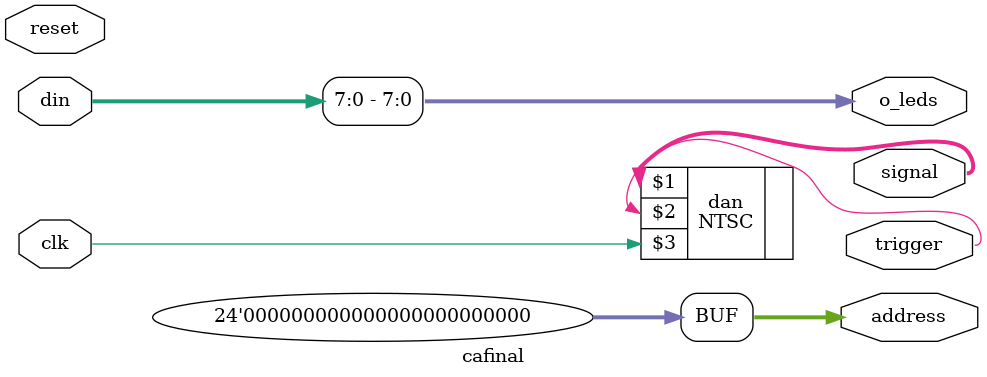
<source format=v>
`timescale 1ns / 1ps
module cafinal(o_leds, trigger, signal, clk, reset, address, din);
    output [7:0] signal;
	 output [7:0] o_leds;
	 output trigger;
    input clk;
    input reset;
	 output [23:0] address;
	 input [15:0] din;
	 
	 assign address = 0;
	 
	reg [31:0] count;
	
	//assign o_leds = count[31:24];
	
	assign o_leds = din[7:0];
	
	always @(posedge clk or posedge reset)
	begin
		if(reset) count <= 32'h0;
		else count <=count + 1'b1;
		
	end
	
	NTSC dan(signal, trigger, clk);
	
endmodule
</source>
